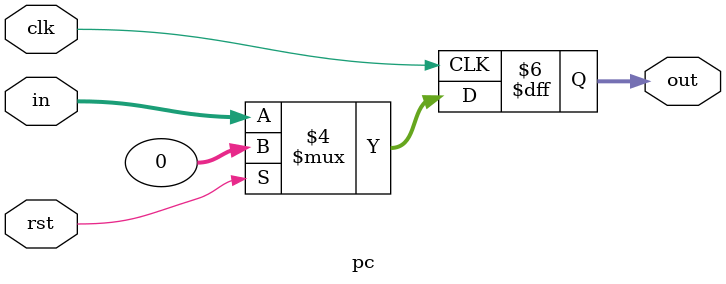
<source format=v>
module pc(clk, rst, in, out);
    
    input clk, rst;
    input [31:0] in;
    output reg [31:0] out;

    always @(posedge clk)
        begin
            if (rst == 1)
                out <= 0;
            else
                out <= in;        
        end

endmodule
</source>
